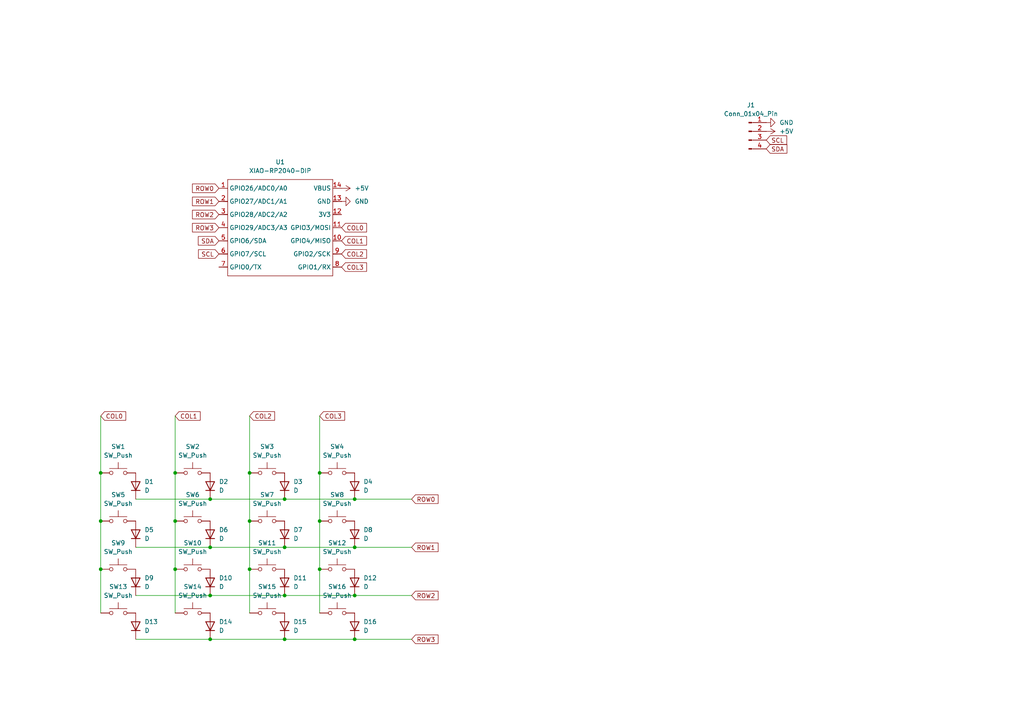
<source format=kicad_sch>
(kicad_sch (version 20250114) (generator "eeschema") (generator_version "9.0")
  (paper "A4")
  (lib_symbols
    (symbol "Connector:Conn_01x04_Pin" (pin_names (offset 1.016) (hide yes))
      (property "Reference" "J" (at 0 5.08 0))
      (property "Value" "Conn_01x04_Pin" (at 0 -7.62 0))
      (symbol "Conn_01x04_Pin_1_1"
        (rectangle (start 0.8636 2.667) (end 0 2.413) (stroke (width 0.1524)) (fill (type outline)))
        (rectangle (start 0.8636 0.127) (end 0 -0.127) (stroke (width 0.1524)) (fill (type outline)))
        (rectangle (start 0.8636 -2.413) (end 0 -2.667) (stroke (width 0.1524)) (fill (type outline)))
        (rectangle (start 0.8636 -4.953) (end 0 -5.207) (stroke (width 0.1524)) (fill (type outline)))
        (polyline (pts (xy 1.27 2.54) (xy 0.8636 2.54)) (stroke (width 0.1524)))
        (polyline (pts (xy 1.27 0) (xy 0.8636 0)) (stroke (width 0.1524)))
        (polyline (pts (xy 1.27 -2.54) (xy 0.8636 -2.54)) (stroke (width 0.1524)))
        (polyline (pts (xy 1.27 -5.08) (xy 0.8636 -5.08)) (stroke (width 0.1524)))
        (pin passive line (at 5.08 2.54 180) (length 3.81) (name "Pin_1") (number "1"))
        (pin passive line (at 5.08 0 180) (length 3.81) (name "Pin_2") (number "2"))
        (pin passive line (at 5.08 -2.54 180) (length 3.81) (name "Pin_3") (number "3"))
        (pin passive line (at 5.08 -5.08 180) (length 3.81) (name "Pin_4") (number "4"))
      )
    )
    (symbol "Device:D" (pin_numbers (hide yes)) (pin_names (offset 1.016) (hide yes))
      (property "Reference" "D" (at 0 2.54 0))
      (property "Value" "D" (at 0 -2.54 0))
      (symbol "D_0_1"
        (polyline (pts (xy -1.27 1.27) (xy -1.27 -1.27)) (stroke (width 0.254)))
        (polyline (pts (xy 1.27 1.27) (xy 1.27 -1.27) (xy -1.27 0) (xy 1.27 1.27)) (stroke (width 0.254)))
        (polyline (pts (xy 1.27 0) (xy -1.27 0)))
      )
      (symbol "D_1_1"
        (pin passive line (at -3.81 0 0) (length 2.54) (name "K") (number "1"))
        (pin passive line (at 3.81 0 180) (length 2.54) (name "A") (number "2"))
      )
    )
    (symbol "Seeed_Studio_XIAO_Series:XIAO-RP2040-DIP"
      (property "Reference" "U" (at 0 0 0))
      (property "Value" "XIAO-RP2040-DIP" (at 5.334 -1.778 0))
      (symbol "XIAO-RP2040-DIP_1_0"
        (polyline (pts (xy -1.27 -2.54) (xy 29.21 -2.54)) (stroke (width 0.1524)))
        (polyline (pts (xy -1.27 -5.08) (xy -2.54 -5.08)) (stroke (width 0.1524)))
        (polyline (pts (xy -1.27 -5.08) (xy -1.27 -2.54)) (stroke (width 0.1524)))
        (polyline (pts (xy -1.27 -8.89) (xy -2.54 -8.89)) (stroke (width 0.1524)))
        (polyline (pts (xy -1.27 -8.89) (xy -1.27 -5.08)) (stroke (width 0.1524)))
        (polyline (pts (xy -1.27 -12.7) (xy -2.54 -12.7)) (stroke (width 0.1524)))
        (polyline (pts (xy -1.27 -12.7) (xy -1.27 -8.89)) (stroke (width 0.1524)))
        (polyline (pts (xy -1.27 -16.51) (xy -2.54 -16.51)) (stroke (width 0.1524)))
        (polyline (pts (xy -1.27 -16.51) (xy -1.27 -12.7)) (stroke (width 0.1524)))
        (polyline (pts (xy -1.27 -20.32) (xy -2.54 -20.32)) (stroke (width 0.1524)))
        (polyline (pts (xy -1.27 -24.13) (xy -2.54 -24.13)) (stroke (width 0.1524)))
        (polyline (pts (xy -1.27 -27.94) (xy -2.54 -27.94)) (stroke (width 0.1524)))
        (polyline (pts (xy -1.27 -30.48) (xy -1.27 -16.51)) (stroke (width 0.1524)))
        (polyline (pts (xy 29.21 -2.54) (xy 29.21 -5.08)) (stroke (width 0.1524)))
        (polyline (pts (xy 29.21 -5.08) (xy 29.21 -8.89)) (stroke (width 0.1524)))
        (polyline (pts (xy 29.21 -8.89) (xy 29.21 -12.7)) (stroke (width 0.1524)))
        (polyline (pts (xy 29.21 -12.7) (xy 29.21 -30.48)) (stroke (width 0.1524)))
        (polyline (pts (xy 29.21 -30.48) (xy -1.27 -30.48)) (stroke (width 0.1524)))
        (polyline (pts (xy 30.48 -5.08) (xy 29.21 -5.08)) (stroke (width 0.1524)))
        (polyline (pts (xy 30.48 -8.89) (xy 29.21 -8.89)) (stroke (width 0.1524)))
        (polyline (pts (xy 30.48 -12.7) (xy 29.21 -12.7)) (stroke (width 0.1524)))
        (polyline (pts (xy 30.48 -16.51) (xy 29.21 -16.51)) (stroke (width 0.1524)))
        (polyline (pts (xy 30.48 -20.32) (xy 29.21 -20.32)) (stroke (width 0.1524)))
        (polyline (pts (xy 30.48 -24.13) (xy 29.21 -24.13)) (stroke (width 0.1524)))
        (polyline (pts (xy 30.48 -27.94) (xy 29.21 -27.94)) (stroke (width 0.1524)))
        (pin passive line (at -3.81 -5.08 0) (length 2.54) (name "GPIO26/ADC0/A0") (number "1"))
        (pin passive line (at -3.81 -8.89 0) (length 2.54) (name "GPIO27/ADC1/A1") (number "2"))
        (pin passive line (at -3.81 -12.7 0) (length 2.54) (name "GPIO28/ADC2/A2") (number "3"))
        (pin passive line (at -3.81 -16.51 0) (length 2.54) (name "GPIO29/ADC3/A3") (number "4"))
        (pin passive line (at -3.81 -20.32 0) (length 2.54) (name "GPIO6/SDA") (number "5"))
        (pin passive line (at -3.81 -24.13 0) (length 2.54) (name "GPIO7/SCL") (number "6"))
        (pin passive line (at -3.81 -27.94 0) (length 2.54) (name "GPIO0/TX") (number "7"))
        (pin passive line (at 31.75 -5.08 180) (length 2.54) (name "VBUS") (number "14"))
        (pin passive line (at 31.75 -8.89 180) (length 2.54) (name "GND") (number "13"))
        (pin passive line (at 31.75 -12.7 180) (length 2.54) (name "3V3") (number "12"))
        (pin passive line (at 31.75 -16.51 180) (length 2.54) (name "GPIO3/MOSI") (number "11"))
        (pin passive line (at 31.75 -20.32 180) (length 2.54) (name "GPIO4/MISO") (number "10"))
        (pin passive line (at 31.75 -24.13 180) (length 2.54) (name "GPIO2/SCK") (number "9"))
        (pin passive line (at 31.75 -27.94 180) (length 2.54) (name "GPIO1/RX") (number "8"))
      )
    )
    (symbol "Switch:SW_Push" (pin_numbers (hide yes)) (pin_names (offset 1.016) (hide yes))
      (property "Reference" "SW" (at 1.27 2.54 0))
      (property "Value" "SW_Push" (at 0 -1.524 0))
      (symbol "SW_Push_0_1"
        (circle (center -2.032 0) (radius 0.508))
        (polyline (pts (xy 0 1.27) (xy 0 3.048)))
        (circle (center 2.032 0) (radius 0.508))
        (polyline (pts (xy 2.54 1.27) (xy -2.54 1.27)))
        (pin passive line (at -5.08 0 0) (length 2.54) (name "1") (number "1"))
        (pin passive line (at 5.08 0 180) (length 2.54) (name "2") (number "2"))
      )
    )
    (symbol "power:+5V" (power) (pin_numbers (hide yes)) (pin_names (offset 0) (hide yes))
      (property "Value" "+5V" (at 0 3.556 0))
      (symbol "+5V_0_1"
        (polyline (pts (xy -0.762 1.27) (xy 0 2.54)))
        (polyline (pts (xy 0 2.54) (xy 0.762 1.27)))
        (polyline (pts (xy 0 0) (xy 0 2.54)))
      )
      (symbol "+5V_1_1"
        (pin power_in line (at 0 0 90) (length 0) (name "~") (number "1"))
      )
    )
    (symbol "power:GND" (power) (pin_numbers (hide yes)) (pin_names (offset 0) (hide yes))
      (property "Value" "GND" (at 0 -3.81 0))
      (symbol "GND_0_1"
        (polyline (pts (xy 0 0) (xy 0 -1.27) (xy 1.27 -1.27) (xy 0 -2.54) (xy -1.27 -1.27) (xy 0 -1.27)))
      )
      (symbol "GND_1_1"
        (pin power_in line (at 0 0 270) (length 0) (name "~") (number "1"))
      )
    )
  )
  (junction (at 60.96 158.75))
  (junction (at 82.55 158.75))
  (junction (at 82.55 185.42))
  (junction (at 50.8 137.16))
  (junction (at 50.8 165.1))
  (junction (at 102.87 172.72))
  (junction (at 29.21 137.16))
  (junction (at 92.71 151.13))
  (junction (at 92.71 165.1))
  (junction (at 102.87 185.42))
  (junction (at 60.96 172.72))
  (junction (at 29.21 151.13))
  (junction (at 102.87 158.75))
  (junction (at 82.55 172.72))
  (junction (at 50.8 151.13))
  (junction (at 29.21 165.1))
  (junction (at 72.39 165.1))
  (junction (at 60.96 144.78))
  (junction (at 72.39 151.13))
  (junction (at 60.96 185.42))
  (junction (at 102.87 144.78))
  (junction (at 72.39 137.16))
  (junction (at 82.55 144.78))
  (junction (at 92.71 137.16))
  (wire (pts (xy 82.55 172.72) (xy 102.87 172.72)))
  (wire (pts (xy 102.87 185.42) (xy 119.38 185.42)))
  (wire (pts (xy 50.8 151.13) (xy 50.8 165.1)))
  (wire (pts (xy 72.39 120.65) (xy 72.39 137.16)))
  (wire (pts (xy 50.8 120.65) (xy 50.8 137.16)))
  (wire (pts (xy 60.96 158.75) (xy 82.55 158.75)))
  (wire (pts (xy 29.21 165.1) (xy 29.21 177.8)))
  (wire (pts (xy 72.39 165.1) (xy 72.39 177.8)))
  (wire (pts (xy 82.55 158.75) (xy 102.87 158.75)))
  (wire (pts (xy 92.71 165.1) (xy 92.71 177.8)))
  (wire (pts (xy 60.96 185.42) (xy 82.55 185.42)))
  (wire (pts (xy 39.37 185.42) (xy 60.96 185.42)))
  (wire (pts (xy 102.87 158.75) (xy 119.38 158.75)))
  (wire (pts (xy 92.71 151.13) (xy 92.71 165.1)))
  (wire (pts (xy 39.37 172.72) (xy 60.96 172.72)))
  (wire (pts (xy 72.39 137.16) (xy 72.39 151.13)))
  (wire (pts (xy 102.87 144.78) (xy 119.38 144.78)))
  (wire (pts (xy 29.21 151.13) (xy 29.21 165.1)))
  (wire (pts (xy 39.37 158.75) (xy 60.96 158.75)))
  (wire (pts (xy 39.37 144.78) (xy 60.96 144.78)))
  (wire (pts (xy 60.96 172.72) (xy 82.55 172.72)))
  (wire (pts (xy 102.87 172.72) (xy 119.38 172.72)))
  (wire (pts (xy 92.71 137.16) (xy 92.71 151.13)))
  (wire (pts (xy 82.55 144.78) (xy 102.87 144.78)))
  (wire (pts (xy 50.8 165.1) (xy 50.8 177.8)))
  (wire (pts (xy 50.8 137.16) (xy 50.8 151.13)))
  (wire (pts (xy 92.71 120.65) (xy 92.71 137.16)))
  (wire (pts (xy 60.96 144.78) (xy 82.55 144.78)))
  (wire (pts (xy 82.55 185.42) (xy 102.87 185.42)))
  (wire (pts (xy 72.39 151.13) (xy 72.39 165.1)))
  (wire (pts (xy 29.21 137.16) (xy 29.21 151.13)))
  (wire (pts (xy 29.21 120.65) (xy 29.21 137.16)))
  (global_label "COL1" (shape input) (at 50.8 120.65 0) (property "Intersheetrefs" "${INTERSHEET_REFS}" (effects (hide yes))))
  (global_label "ROW0" (shape input) (at 119.38 144.78 0) (property "Intersheetrefs" "${INTERSHEET_REFS}" (effects (hide yes))))
  (global_label "COL2" (shape input) (at 99.06 73.66 0) (property "Intersheetrefs" "${INTERSHEET_REFS}" (effects (hide yes))))
  (global_label "ROW1" (shape input) (at 63.5 58.42 180) (property "Intersheetrefs" "${INTERSHEET_REFS}" (effects (hide yes))))
  (global_label "SCL" (shape input) (at 63.5 73.66 180) (property "Intersheetrefs" "${INTERSHEET_REFS}" (effects (hide yes))))
  (global_label "ROW2" (shape input) (at 119.38 172.72 0) (property "Intersheetrefs" "${INTERSHEET_REFS}" (effects (hide yes))))
  (global_label "ROW2" (shape input) (at 63.5 62.23 180) (property "Intersheetrefs" "${INTERSHEET_REFS}" (effects (hide yes))))
  (global_label "ROW3" (shape input) (at 119.38 185.42 0) (property "Intersheetrefs" "${INTERSHEET_REFS}" (effects (hide yes))))
  (global_label "COL3" (shape input) (at 92.71 120.65 0) (property "Intersheetrefs" "${INTERSHEET_REFS}" (effects (hide yes))))
  (global_label "ROW3" (shape input) (at 63.5 66.04 180) (property "Intersheetrefs" "${INTERSHEET_REFS}" (effects (hide yes))))
  (global_label "COL0" (shape input) (at 99.06 66.04 0) (property "Intersheetrefs" "${INTERSHEET_REFS}" (effects (hide yes))))
  (global_label "COL2" (shape input) (at 72.39 120.65 0) (property "Intersheetrefs" "${INTERSHEET_REFS}" (effects (hide yes))))
  (global_label "COL1" (shape input) (at 99.06 69.85 0) (property "Intersheetrefs" "${INTERSHEET_REFS}" (effects (hide yes))))
  (global_label "SCL" (shape input) (at 222.25 40.64 0) (property "Intersheetrefs" "${INTERSHEET_REFS}" (effects (hide yes))))
  (global_label "COL3" (shape input) (at 99.06 77.47 0) (property "Intersheetrefs" "${INTERSHEET_REFS}" (effects (hide yes))))
  (global_label "ROW1" (shape input) (at 119.38 158.75 0) (property "Intersheetrefs" "${INTERSHEET_REFS}" (effects (hide yes))))
  (global_label "ROW0" (shape input) (at 63.5 54.61 180) (property "Intersheetrefs" "${INTERSHEET_REFS}" (effects (hide yes))))
  (global_label "SDA" (shape input) (at 63.5 69.85 180) (property "Intersheetrefs" "${INTERSHEET_REFS}" (effects (hide yes))))
  (global_label "SDA" (shape input) (at 222.25 43.18 0) (property "Intersheetrefs" "${INTERSHEET_REFS}" (effects (hide yes))))
  (global_label "COL0" (shape input) (at 29.21 120.65 0) (property "Intersheetrefs" "${INTERSHEET_REFS}" (effects (hide yes))))
  (symbol (lib_id "Device:D") (at 60.96 181.61 90) (unit 1)
    (property "Reference" "D14" (at 63.5 180.3399 90) (effects (justify right)))
    (property "Value" "D" (at 63.5 182.8799 90) (effects (justify right)))
    (property "Footprint" "Diode_THT:D_DO-35_SOD27_P7.62mm_Horizontal" (effects (hide yes)))
    (property "Description" "Diode" (effects (hide yes)))
    (property "Sim.Device" "D" (effects (hide yes)))
    (property "Sim.Pins" "1=K 2=A" (effects (hide yes)))
  )
  (symbol (lib_id "Device:D") (at 82.55 181.61 90) (unit 1)
    (property "Reference" "D15" (at 85.09 180.3399 90) (effects (justify right)))
    (property "Value" "D" (at 85.09 182.8799 90) (effects (justify right)))
    (property "Footprint" "Diode_THT:D_DO-35_SOD27_P7.62mm_Horizontal" (effects (hide yes)))
    (property "Description" "Diode" (effects (hide yes)))
    (property "Sim.Device" "D" (effects (hide yes)))
    (property "Sim.Pins" "1=K 2=A" (effects (hide yes)))
  )
  (symbol (lib_id "Device:D") (at 39.37 168.91 90) (unit 1)
    (property "Reference" "D9" (at 41.91 167.6399 90) (effects (justify right)))
    (property "Value" "D" (at 41.91 170.1799 90) (effects (justify right)))
    (property "Footprint" "Diode_THT:D_DO-35_SOD27_P7.62mm_Horizontal" (effects (hide yes)))
    (property "Description" "Diode" (effects (hide yes)))
    (property "Sim.Device" "D" (effects (hide yes)))
    (property "Sim.Pins" "1=K 2=A" (effects (hide yes)))
  )
  (symbol (lib_id "Switch:SW_Push") (at 55.88 151.13 0) (unit 1)
    (property "Reference" "SW6" (at 55.88 143.51 0))
    (property "Value" "SW_Push" (at 55.88 146.05 0))
    (property "Footprint" "Button_Switch_Keyboard:SW_Cherry_MX_1.00u_PCB" (effects (hide yes)))
    (property "Description" "Push button switch, generic, two pins" (effects (hide yes)))
  )
  (symbol (lib_id "Device:D") (at 60.96 140.97 90) (unit 1)
    (property "Reference" "D2" (at 63.5 139.6999 90) (effects (justify right)))
    (property "Value" "D" (at 63.5 142.2399 90) (effects (justify right)))
    (property "Footprint" "Diode_THT:D_DO-35_SOD27_P7.62mm_Horizontal" (effects (hide yes)))
    (property "Description" "Diode" (effects (hide yes)))
    (property "Sim.Device" "D" (effects (hide yes)))
    (property "Sim.Pins" "1=K 2=A" (effects (hide yes)))
  )
  (symbol (lib_id "Device:D") (at 82.55 154.94 90) (unit 1)
    (property "Reference" "D7" (at 85.09 153.6699 90) (effects (justify right)))
    (property "Value" "D" (at 85.09 156.2099 90) (effects (justify right)))
    (property "Footprint" "Diode_THT:D_DO-35_SOD27_P7.62mm_Horizontal" (effects (hide yes)))
    (property "Description" "Diode" (effects (hide yes)))
    (property "Sim.Device" "D" (effects (hide yes)))
    (property "Sim.Pins" "1=K 2=A" (effects (hide yes)))
  )
  (symbol (lib_id "Device:D") (at 39.37 140.97 90) (unit 1)
    (property "Reference" "D1" (at 41.91 139.6999 90) (effects (justify right)))
    (property "Value" "D" (at 41.91 142.2399 90) (effects (justify right)))
    (property "Footprint" "Diode_THT:D_DO-35_SOD27_P7.62mm_Horizontal" (effects (hide yes)))
    (property "Description" "Diode" (effects (hide yes)))
    (property "Sim.Device" "D" (effects (hide yes)))
    (property "Sim.Pins" "1=K 2=A" (effects (hide yes)))
  )
  (symbol (lib_id "power:GND") (at 222.25 35.56 90) (unit 1)
    (property "Reference" "#PWR04" (effects (hide yes)))
    (property "Value" "GND" (at 226.06 35.5599 90) (effects (justify right)))
    (property "Description" "Power symbol creates a global label with name \"GND\" , ground" (effects (hide yes)))
  )
  (symbol (lib_id "power:+5V") (at 99.06 54.61 270) (unit 1)
    (property "Reference" "#PWR02" (effects (hide yes)))
    (property "Value" "+5V" (at 102.87 54.6099 90) (effects (justify left)))
    (property "Description" "Power symbol creates a global label with name \"+5V\"" (effects (hide yes)))
  )
  (symbol (lib_id "Seeed_Studio_XIAO_Series:XIAO-RP2040-DIP") (at 67.31 49.53 0) (unit 1)
    (property "Reference" "U1" (at 81.28 46.99 0))
    (property "Value" "XIAO-RP2040-DIP" (at 81.28 49.53 0))
    (property "Footprint" "Seeed Studio XIAO Series Library:XIAO-RP2040-DIP" (effects (hide yes)))
  )
  (symbol (lib_id "Connector:Conn_01x04_Pin") (at 217.17 38.1 0) (unit 1)
    (property "Reference" "J1" (at 217.805 30.48 0))
    (property "Value" "Conn_01x04_Pin" (at 217.805 33.02 0))
    (property "Footprint" "OLED:SSD1306-0.91-OLED-4pin-128x32" (effects (hide yes)))
    (property "Description" "Generic connector, single row, 01x04, script generated" (effects (hide yes)))
  )
  (symbol (lib_id "Switch:SW_Push") (at 34.29 151.13 0) (unit 1)
    (property "Reference" "SW5" (at 34.29 143.51 0))
    (property "Value" "SW_Push" (at 34.29 146.05 0))
    (property "Footprint" "Button_Switch_Keyboard:SW_Cherry_MX_1.00u_PCB" (effects (hide yes)))
    (property "Description" "Push button switch, generic, two pins" (effects (hide yes)))
  )
  (symbol (lib_id "Device:D") (at 102.87 154.94 90) (unit 1)
    (property "Reference" "D8" (at 105.41 153.6699 90) (effects (justify right)))
    (property "Value" "D" (at 105.41 156.2099 90) (effects (justify right)))
    (property "Footprint" "Diode_THT:D_DO-35_SOD27_P7.62mm_Horizontal" (effects (hide yes)))
    (property "Description" "Diode" (effects (hide yes)))
    (property "Sim.Device" "D" (effects (hide yes)))
    (property "Sim.Pins" "1=K 2=A" (effects (hide yes)))
  )
  (symbol (lib_id "Switch:SW_Push") (at 34.29 177.8 0) (unit 1)
    (property "Reference" "SW13" (at 34.29 170.18 0))
    (property "Value" "SW_Push" (at 34.29 172.72 0))
    (property "Footprint" "Button_Switch_Keyboard:SW_Cherry_MX_1.00u_PCB" (effects (hide yes)))
    (property "Description" "Push button switch, generic, two pins" (effects (hide yes)))
  )
  (symbol (lib_id "power:+5V") (at 222.25 38.1 270) (unit 1)
    (property "Reference" "#PWR03" (effects (hide yes)))
    (property "Value" "+5V" (at 226.06 38.0999 90) (effects (justify left)))
    (property "Description" "Power symbol creates a global label with name \"+5V\"" (effects (hide yes)))
  )
  (symbol (lib_id "Switch:SW_Push") (at 97.79 137.16 0) (unit 1)
    (property "Reference" "SW4" (at 97.79 129.54 0))
    (property "Value" "SW_Push" (at 97.79 132.08 0))
    (property "Footprint" "Button_Switch_Keyboard:SW_Cherry_MX_1.00u_PCB" (effects (hide yes)))
    (property "Description" "Push button switch, generic, two pins" (effects (hide yes)))
  )
  (symbol (lib_id "Switch:SW_Push") (at 55.88 177.8 0) (unit 1)
    (property "Reference" "SW14" (at 55.88 170.18 0))
    (property "Value" "SW_Push" (at 55.88 172.72 0))
    (property "Footprint" "Button_Switch_Keyboard:SW_Cherry_MX_1.00u_PCB" (effects (hide yes)))
    (property "Description" "Push button switch, generic, two pins" (effects (hide yes)))
  )
  (symbol (lib_id "Switch:SW_Push") (at 34.29 165.1 0) (unit 1)
    (property "Reference" "SW9" (at 34.29 157.48 0))
    (property "Value" "SW_Push" (at 34.29 160.02 0))
    (property "Footprint" "Button_Switch_Keyboard:SW_Cherry_MX_1.00u_PCB" (effects (hide yes)))
    (property "Description" "Push button switch, generic, two pins" (effects (hide yes)))
  )
  (symbol (lib_id "Switch:SW_Push") (at 97.79 151.13 0) (unit 1)
    (property "Reference" "SW8" (at 97.79 143.51 0))
    (property "Value" "SW_Push" (at 97.79 146.05 0))
    (property "Footprint" "Button_Switch_Keyboard:SW_Cherry_MX_1.00u_PCB" (effects (hide yes)))
    (property "Description" "Push button switch, generic, two pins" (effects (hide yes)))
  )
  (symbol (lib_id "Switch:SW_Push") (at 77.47 137.16 0) (unit 1)
    (property "Reference" "SW3" (at 77.47 129.54 0))
    (property "Value" "SW_Push" (at 77.47 132.08 0))
    (property "Footprint" "Button_Switch_Keyboard:SW_Cherry_MX_1.00u_PCB" (effects (hide yes)))
    (property "Description" "Push button switch, generic, two pins" (effects (hide yes)))
  )
  (symbol (lib_id "Device:D") (at 102.87 181.61 90) (unit 1)
    (property "Reference" "D16" (at 105.41 180.3399 90) (effects (justify right)))
    (property "Value" "D" (at 105.41 182.8799 90) (effects (justify right)))
    (property "Footprint" "Diode_THT:D_DO-35_SOD27_P7.62mm_Horizontal" (effects (hide yes)))
    (property "Description" "Diode" (effects (hide yes)))
    (property "Sim.Device" "D" (effects (hide yes)))
    (property "Sim.Pins" "1=K 2=A" (effects (hide yes)))
  )
  (symbol (lib_id "Switch:SW_Push") (at 55.88 165.1 0) (unit 1)
    (property "Reference" "SW10" (at 55.88 157.48 0))
    (property "Value" "SW_Push" (at 55.88 160.02 0))
    (property "Footprint" "Button_Switch_Keyboard:SW_Cherry_MX_1.00u_PCB" (effects (hide yes)))
    (property "Description" "Push button switch, generic, two pins" (effects (hide yes)))
  )
  (symbol (lib_id "Switch:SW_Push") (at 77.47 165.1 0) (unit 1)
    (property "Reference" "SW11" (at 77.47 157.48 0))
    (property "Value" "SW_Push" (at 77.47 160.02 0))
    (property "Footprint" "Button_Switch_Keyboard:SW_Cherry_MX_1.00u_PCB" (effects (hide yes)))
    (property "Description" "Push button switch, generic, two pins" (effects (hide yes)))
  )
  (symbol (lib_id "Device:D") (at 60.96 168.91 90) (unit 1)
    (property "Reference" "D10" (at 63.5 167.6399 90) (effects (justify right)))
    (property "Value" "D" (at 63.5 170.1799 90) (effects (justify right)))
    (property "Footprint" "Diode_THT:D_DO-35_SOD27_P7.62mm_Horizontal" (effects (hide yes)))
    (property "Description" "Diode" (effects (hide yes)))
    (property "Sim.Device" "D" (effects (hide yes)))
    (property "Sim.Pins" "1=K 2=A" (effects (hide yes)))
  )
  (symbol (lib_id "Device:D") (at 82.55 168.91 90) (unit 1)
    (property "Reference" "D11" (at 85.09 167.6399 90) (effects (justify right)))
    (property "Value" "D" (at 85.09 170.1799 90) (effects (justify right)))
    (property "Footprint" "Diode_THT:D_DO-35_SOD27_P7.62mm_Horizontal" (effects (hide yes)))
    (property "Description" "Diode" (effects (hide yes)))
    (property "Sim.Device" "D" (effects (hide yes)))
    (property "Sim.Pins" "1=K 2=A" (effects (hide yes)))
  )
  (symbol (lib_id "Device:D") (at 60.96 154.94 90) (unit 1)
    (property "Reference" "D6" (at 63.5 153.6699 90) (effects (justify right)))
    (property "Value" "D" (at 63.5 156.2099 90) (effects (justify right)))
    (property "Footprint" "Diode_THT:D_DO-35_SOD27_P7.62mm_Horizontal" (effects (hide yes)))
    (property "Description" "Diode" (effects (hide yes)))
    (property "Sim.Device" "D" (effects (hide yes)))
    (property "Sim.Pins" "1=K 2=A" (effects (hide yes)))
  )
  (symbol (lib_id "Device:D") (at 82.55 140.97 90) (unit 1)
    (property "Reference" "D3" (at 85.09 139.6999 90) (effects (justify right)))
    (property "Value" "D" (at 85.09 142.2399 90) (effects (justify right)))
    (property "Footprint" "Diode_THT:D_DO-35_SOD27_P7.62mm_Horizontal" (effects (hide yes)))
    (property "Description" "Diode" (effects (hide yes)))
    (property "Sim.Device" "D" (effects (hide yes)))
    (property "Sim.Pins" "1=K 2=A" (effects (hide yes)))
  )
  (symbol (lib_id "power:GND") (at 99.06 58.42 90) (unit 1)
    (property "Reference" "#PWR01" (effects (hide yes)))
    (property "Value" "GND" (at 102.87 58.4199 90) (effects (justify right)))
    (property "Description" "Power symbol creates a global label with name \"GND\" , ground" (effects (hide yes)))
  )
  (symbol (lib_id "Switch:SW_Push") (at 97.79 177.8 0) (unit 1)
    (property "Reference" "SW16" (at 97.79 170.18 0))
    (property "Value" "SW_Push" (at 97.79 172.72 0))
    (property "Footprint" "Button_Switch_Keyboard:SW_Cherry_MX_1.00u_PCB" (effects (hide yes)))
    (property "Description" "Push button switch, generic, two pins" (effects (hide yes)))
  )
  (symbol (lib_id "Device:D") (at 39.37 154.94 90) (unit 1)
    (property "Reference" "D5" (at 41.91 153.6699 90) (effects (justify right)))
    (property "Value" "D" (at 41.91 156.2099 90) (effects (justify right)))
    (property "Footprint" "Diode_THT:D_DO-35_SOD27_P7.62mm_Horizontal" (effects (hide yes)))
    (property "Description" "Diode" (effects (hide yes)))
    (property "Sim.Device" "D" (effects (hide yes)))
    (property "Sim.Pins" "1=K 2=A" (effects (hide yes)))
  )
  (symbol (lib_id "Switch:SW_Push") (at 34.29 137.16 0) (unit 1)
    (property "Reference" "SW1" (at 34.29 129.54 0))
    (property "Value" "SW_Push" (at 34.29 132.08 0))
    (property "Footprint" "Button_Switch_Keyboard:SW_Cherry_MX_1.00u_PCB" (effects (hide yes)))
    (property "Description" "Push button switch, generic, two pins" (effects (hide yes)))
  )
  (symbol (lib_id "Switch:SW_Push") (at 97.79 165.1 0) (unit 1)
    (property "Reference" "SW12" (at 97.79 157.48 0))
    (property "Value" "SW_Push" (at 97.79 160.02 0))
    (property "Footprint" "Button_Switch_Keyboard:SW_Cherry_MX_1.00u_PCB" (effects (hide yes)))
    (property "Description" "Push button switch, generic, two pins" (effects (hide yes)))
  )
  (symbol (lib_id "Device:D") (at 39.37 181.61 90) (unit 1)
    (property "Reference" "D13" (at 41.91 180.3399 90) (effects (justify right)))
    (property "Value" "D" (at 41.91 182.8799 90) (effects (justify right)))
    (property "Footprint" "Diode_THT:D_DO-35_SOD27_P7.62mm_Horizontal" (effects (hide yes)))
    (property "Description" "Diode" (effects (hide yes)))
    (property "Sim.Device" "D" (effects (hide yes)))
    (property "Sim.Pins" "1=K 2=A" (effects (hide yes)))
  )
  (symbol (lib_id "Device:D") (at 102.87 140.97 90) (unit 1)
    (property "Reference" "D4" (at 105.41 139.6999 90) (effects (justify right)))
    (property "Value" "D" (at 105.41 142.2399 90) (effects (justify right)))
    (property "Footprint" "Diode_THT:D_DO-35_SOD27_P7.62mm_Horizontal" (effects (hide yes)))
    (property "Description" "Diode" (effects (hide yes)))
    (property "Sim.Device" "D" (effects (hide yes)))
    (property "Sim.Pins" "1=K 2=A" (effects (hide yes)))
  )
  (symbol (lib_id "Switch:SW_Push") (at 77.47 151.13 0) (unit 1)
    (property "Reference" "SW7" (at 77.47 143.51 0))
    (property "Value" "SW_Push" (at 77.47 146.05 0))
    (property "Footprint" "Button_Switch_Keyboard:SW_Cherry_MX_1.00u_PCB" (effects (hide yes)))
    (property "Description" "Push button switch, generic, two pins" (effects (hide yes)))
  )
  (symbol (lib_id "Device:D") (at 102.87 168.91 90) (unit 1)
    (property "Reference" "D12" (at 105.41 167.6399 90) (effects (justify right)))
    (property "Value" "D" (at 105.41 170.1799 90) (effects (justify right)))
    (property "Footprint" "Diode_THT:D_DO-35_SOD27_P7.62mm_Horizontal" (effects (hide yes)))
    (property "Description" "Diode" (effects (hide yes)))
    (property "Sim.Device" "D" (effects (hide yes)))
    (property "Sim.Pins" "1=K 2=A" (effects (hide yes)))
  )
  (symbol (lib_id "Switch:SW_Push") (at 77.47 177.8 0) (unit 1)
    (property "Reference" "SW15" (at 77.47 170.18 0))
    (property "Value" "SW_Push" (at 77.47 172.72 0))
    (property "Footprint" "Button_Switch_Keyboard:SW_Cherry_MX_1.00u_PCB" (effects (hide yes)))
    (property "Description" "Push button switch, generic, two pins" (effects (hide yes)))
  )
  (symbol (lib_id "Switch:SW_Push") (at 55.88 137.16 0) (unit 1)
    (property "Reference" "SW2" (at 55.88 129.54 0))
    (property "Value" "SW_Push" (at 55.88 132.08 0))
    (property "Footprint" "Button_Switch_Keyboard:SW_Cherry_MX_1.00u_PCB" (effects (hide yes)))
    (property "Description" "Push button switch, generic, two pins" (effects (hide yes)))
  )
)
</source>
